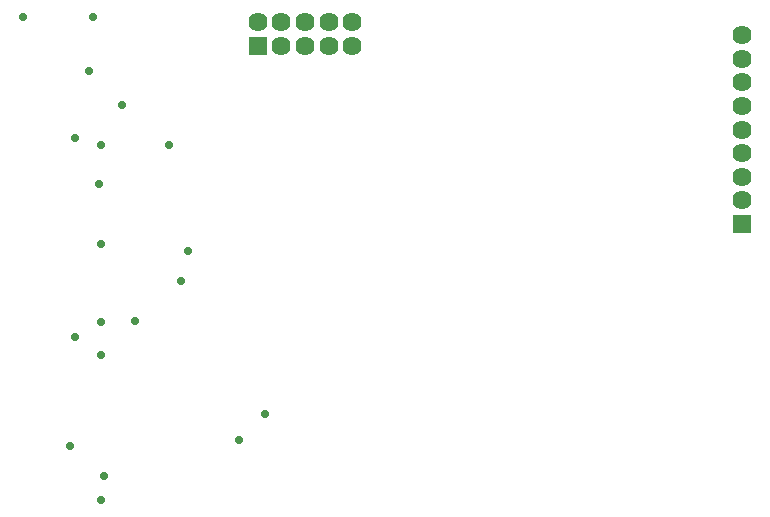
<source format=gbs>
G04*
G04 #@! TF.GenerationSoftware,Altium Limited,Altium Designer,24.4.1 (13)*
G04*
G04 Layer_Color=16711935*
%FSLAX44Y44*%
%MOMM*%
G71*
G04*
G04 #@! TF.SameCoordinates,5CD8CDA4-0F32-4F39-920B-777DEE314C42*
G04*
G04*
G04 #@! TF.FilePolarity,Negative*
G04*
G01*
G75*
%ADD75C,1.6200*%
%ADD76R,1.6200X1.6200*%
%ADD77C,0.7200*%
D75*
X902500Y565000D02*
D03*
Y585000D02*
D03*
Y605000D02*
D03*
Y525000D02*
D03*
Y545000D02*
D03*
Y625000D02*
D03*
Y645000D02*
D03*
Y665000D02*
D03*
X572000Y676000D02*
D03*
Y656000D02*
D03*
X552000Y676000D02*
D03*
Y656000D02*
D03*
X532000Y676000D02*
D03*
Y656000D02*
D03*
X512000Y676000D02*
D03*
Y656000D02*
D03*
X492000Y676000D02*
D03*
D76*
X902500Y505000D02*
D03*
X492000Y656000D02*
D03*
D77*
X333250Y316750D02*
D03*
X362000Y292000D02*
D03*
X359000Y271000D02*
D03*
X476000Y322000D02*
D03*
X498000Y344000D02*
D03*
X388000Y423000D02*
D03*
X359000Y394000D02*
D03*
X337000Y409000D02*
D03*
X359000Y422000D02*
D03*
Y488000D02*
D03*
X427000Y457000D02*
D03*
X433000Y482000D02*
D03*
X417000Y572000D02*
D03*
X358000Y539000D02*
D03*
X359000Y572000D02*
D03*
X377000Y606000D02*
D03*
X353000Y680000D02*
D03*
X293000D02*
D03*
X337000Y578000D02*
D03*
X349000Y635000D02*
D03*
M02*

</source>
